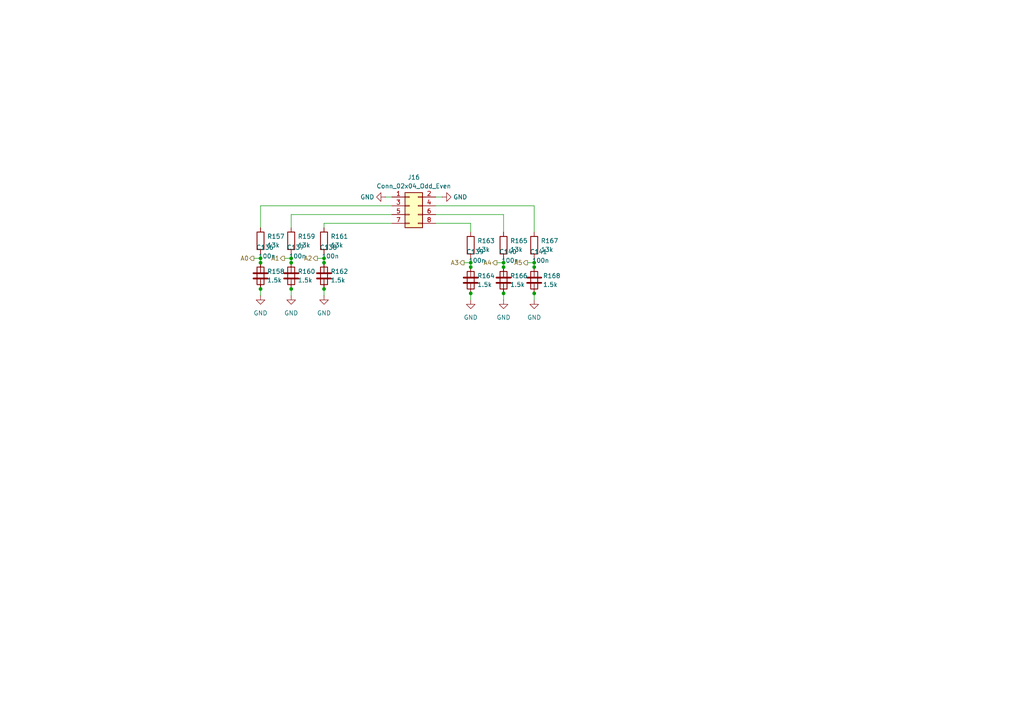
<source format=kicad_sch>
(kicad_sch (version 20231120) (generator "eeschema") (generator_version "8.0")
  (paper "A4")
  (lib_symbols
    (symbol "Connector_Generic:Conn_02x04_Odd_Even" (pin_names (offset 1.016) hide)
      (property "Reference" "J" (at 1.27 5.08 0))
      (property "Value" "Conn_02x04_Odd_Even" (at 1.27 -7.62 0))
      (symbol "Conn_02x04_Odd_Even_1_1"
        (rectangle (start -1.27 -4.953) (end 0 -5.207) (stroke (width 0.1524)))
        (rectangle (start -1.27 -2.413) (end 0 -2.667) (stroke (width 0.1524)))
        (rectangle (start -1.27 0.127) (end 0 -0.127) (stroke (width 0.1524)))
        (rectangle (start -1.27 2.667) (end 0 2.413) (stroke (width 0.1524)))
        (rectangle (start -1.27 3.81) (end 3.81 -6.35) (stroke (width 0.254)) (fill (type background)))
        (rectangle (start 3.81 -4.953) (end 2.54 -5.207) (stroke (width 0.1524)))
        (rectangle (start 3.81 -2.413) (end 2.54 -2.667) (stroke (width 0.1524)))
        (rectangle (start 3.81 0.127) (end 2.54 -0.127) (stroke (width 0.1524)))
        (rectangle (start 3.81 2.667) (end 2.54 2.413) (stroke (width 0.1524)))
        (pin passive line (at -5.08 2.54 0) (length 3.81) (name "Pin_1") (number "1"))
        (pin passive line (at 7.62 2.54 180) (length 3.81) (name "Pin_2") (number "2"))
        (pin passive line (at -5.08 0 0) (length 3.81) (name "Pin_3") (number "3"))
        (pin passive line (at 7.62 0 180) (length 3.81) (name "Pin_4") (number "4"))
        (pin passive line (at -5.08 -2.54 0) (length 3.81) (name "Pin_5") (number "5"))
        (pin passive line (at 7.62 -2.54 180) (length 3.81) (name "Pin_6") (number "6"))
        (pin passive line (at -5.08 -5.08 0) (length 3.81) (name "Pin_7") (number "7"))
        (pin passive line (at 7.62 -5.08 180) (length 3.81) (name "Pin_8") (number "8"))
      )
    )
    (symbol "Device:C" (pin_numbers hide) (pin_names (offset 0.254))
      (property "Reference" "C" (at 0.635 2.54 0))
      (property "Value" "C" (at 0.635 -2.54 0))
      (symbol "C_0_1"
        (polyline (pts (xy -2.032 -0.762) (xy 2.032 -0.762)) (stroke (width 0.508)))
        (polyline (pts (xy -2.032 0.762) (xy 2.032 0.762)) (stroke (width 0.508)))
      )
      (symbol "C_1_1"
        (pin passive line (at 0 3.81 270) (length 2.794) (name "~") (number "1"))
        (pin passive line (at 0 -3.81 90) (length 2.794) (name "~") (number "2"))
      )
    )
    (symbol "Device:R" (pin_numbers hide) (pin_names (offset 0))
      (property "Reference" "R" (at 2.032 0 90))
      (property "Value" "R" (at 0 0 90))
      (symbol "R_0_1"
        (rectangle (start -1.016 -2.54) (end 1.016 2.54) (stroke (width 0.254)))
      )
      (symbol "R_1_1"
        (pin passive line (at 0 3.81 270) (length 1.27) (name "~") (number "1"))
        (pin passive line (at 0 -3.81 90) (length 1.27) (name "~") (number "2"))
      )
    )
    (symbol "power:GND" (power) (pin_numbers hide) (pin_names (offset 0) hide)
      (property "Value" "GND" (at 0 -3.81 0))
      (symbol "GND_0_1"
        (polyline (pts (xy 0 0) (xy 0 -1.27) (xy 1.27 -1.27) (xy 0 -2.54) (xy -1.27 -1.27) (xy 0 -1.27)))
      )
      (symbol "GND_1_1"
        (pin power_in line (at 0 0 270) (length 0) (name "~") (number "1"))
      )
    )
  )
  (junction (at 75.565 74.93))
  (junction (at 154.94 85.09))
  (junction (at 136.525 85.09))
  (junction (at 75.565 76.2))
  (junction (at 84.455 83.82))
  (junction (at 146.05 77.47))
  (junction (at 136.525 77.47))
  (junction (at 136.525 76.2))
  (junction (at 154.94 77.47))
  (junction (at 84.455 74.93))
  (junction (at 146.05 76.2))
  (junction (at 84.455 76.2))
  (junction (at 93.98 76.2))
  (junction (at 154.94 76.2))
  (junction (at 93.98 83.82))
  (junction (at 146.05 85.09))
  (junction (at 75.565 83.82))
  (junction (at 93.98 74.93))
  (wire (pts (xy 136.525 76.2) (xy 136.525 77.47)))
  (wire (pts (xy 146.05 74.93) (xy 146.05 76.2)))
  (wire (pts (xy 154.94 74.93) (xy 154.94 76.2)))
  (wire (pts (xy 75.565 74.93) (xy 75.565 76.2)))
  (wire (pts (xy 75.565 59.69) (xy 75.565 66.04)))
  (wire (pts (xy 126.365 59.69) (xy 154.94 59.69)))
  (wire (pts (xy 154.94 59.69) (xy 154.94 67.31)))
  (wire (pts (xy 146.05 62.23) (xy 146.05 67.31)))
  (wire (pts (xy 146.05 76.2) (xy 146.05 77.47)))
  (wire (pts (xy 82.55 74.93) (xy 84.455 74.93)))
  (wire (pts (xy 84.455 73.66) (xy 84.455 74.93)))
  (wire (pts (xy 113.665 59.69) (xy 75.565 59.69)))
  (wire (pts (xy 136.525 64.77) (xy 136.525 67.31)))
  (wire (pts (xy 113.665 64.77) (xy 93.98 64.77)))
  (wire (pts (xy 146.05 85.09) (xy 146.05 86.995)))
  (wire (pts (xy 111.76 57.15) (xy 113.665 57.15)))
  (wire (pts (xy 93.98 73.66) (xy 93.98 74.93)))
  (wire (pts (xy 126.365 64.77) (xy 136.525 64.77)))
  (wire (pts (xy 93.98 64.77) (xy 93.98 66.04)))
  (wire (pts (xy 126.365 62.23) (xy 146.05 62.23)))
  (wire (pts (xy 134.62 76.2) (xy 136.525 76.2)))
  (wire (pts (xy 128.27 57.15) (xy 126.365 57.15)))
  (wire (pts (xy 73.66 74.93) (xy 75.565 74.93)))
  (wire (pts (xy 136.525 74.93) (xy 136.525 76.2)))
  (wire (pts (xy 84.455 62.23) (xy 84.455 66.04)))
  (wire (pts (xy 84.455 83.82) (xy 84.455 85.725)))
  (wire (pts (xy 136.525 85.09) (xy 136.525 86.995)))
  (wire (pts (xy 154.94 76.2) (xy 154.94 77.47)))
  (wire (pts (xy 75.565 83.82) (xy 75.565 85.725)))
  (wire (pts (xy 153.035 76.2) (xy 154.94 76.2)))
  (wire (pts (xy 154.94 85.09) (xy 154.94 86.995)))
  (wire (pts (xy 113.665 62.23) (xy 84.455 62.23)))
  (wire (pts (xy 144.145 76.2) (xy 146.05 76.2)))
  (wire (pts (xy 93.98 83.82) (xy 93.98 85.725)))
  (wire (pts (xy 93.98 74.93) (xy 93.98 76.2)))
  (wire (pts (xy 92.075 74.93) (xy 93.98 74.93)))
  (wire (pts (xy 75.565 73.66) (xy 75.565 74.93)))
  (wire (pts (xy 84.455 74.93) (xy 84.455 76.2)))
  (hierarchical_label "A1" (shape output) (at 82.55 74.93 180))
  (hierarchical_label "A4" (shape output) (at 144.145 76.2 180))
  (hierarchical_label "A3" (shape output) (at 134.62 76.2 180))
  (hierarchical_label "A2" (shape output) (at 92.075 74.93 180))
  (hierarchical_label "A0" (shape output) (at 73.66 74.93 180))
  (hierarchical_label "A5" (shape output) (at 153.035 76.2 180))
  (symbol (lib_id "Device:C") (at 84.455 80.01 0) (unit 1)
    (property "Reference" "C137" (at 83.185 71.755 0) (effects (justify left)))
    (property "Value" "100n" (at 83.82 74.295 0) (effects (justify left)))
    (property "Footprint" "Capacitor_SMD:C_0402_1005Metric" (effects (hide yes)))
    (property "Description" "Unpolarized capacitor" (effects (hide yes)))
    (property "LCSC Part #" "C307331" (effects (hide yes)))
  )
  (symbol (lib_id "Connector_Generic:Conn_02x04_Odd_Even") (at 118.745 59.69 0) (unit 1) (in_bom no)
    (property "Reference" "J16" (at 120.015 51.435 0))
    (property "Value" "Conn_02x04_Odd_Even" (at 120.015 53.975 0))
    (property "Footprint" "JLCFootprints:2Row4Pin3.5mm" (effects (hide yes)))
    (property "Description" "Generic connector, double row, 02x04, odd/even pin numbering scheme (row 1 odd numbers, row 2 even numbers), script generated (kicad-library-utils/schlib/autogen/connector/)" (effects (hide yes)))
    (property "LCSC Part #" "C2923127" (effects (hide yes)))
    (property "Header" "C2903966" (effects (hide yes)))
  )
  (symbol (lib_id "Device:R") (at 75.565 69.85 0) (unit 1)
    (property "Reference" "R157" (at 77.47 68.5799 0) (effects (justify left)))
    (property "Value" "13k" (at 77.47 71.1199 0) (effects (justify left)))
    (property "Footprint" "Resistor_SMD:R_0603_1608Metric" (effects (hide yes)))
    (property "Description" "Resistor" (effects (hide yes)))
    (property "LCSC Part #" "C22797" (effects (hide yes)))
  )
  (symbol (lib_id "Device:R") (at 136.525 81.28 0) (unit 1)
    (property "Reference" "R164" (at 138.43 80.0099 0) (effects (justify left)))
    (property "Value" "1.5k" (at 138.43 82.5499 0) (effects (justify left)))
    (property "Footprint" "Resistor_SMD:R_0603_1608Metric" (effects (hide yes)))
    (property "Description" "Resistor" (effects (hide yes)))
    (property "LCSC Part #" "C22797" (effects (hide yes)))
  )
  (symbol (lib_id "Device:R") (at 84.455 69.85 0) (unit 1)
    (property "Reference" "R159" (at 86.36 68.5799 0) (effects (justify left)))
    (property "Value" "13k" (at 86.36 71.1199 0) (effects (justify left)))
    (property "Footprint" "Resistor_SMD:R_0603_1608Metric" (effects (hide yes)))
    (property "Description" "Resistor" (effects (hide yes)))
    (property "LCSC Part #" "C22797" (effects (hide yes)))
  )
  (symbol (lib_id "power:GND") (at 128.27 57.15 90) (unit 1)
    (property "Reference" "#PWR0289" (effects (hide yes)))
    (property "Value" "GND" (at 131.445 57.1501 90) (effects (justify right)))
    (property "Description" "Power symbol creates a global label with name \"GND\" , ground" (effects (hide yes)))
  )
  (symbol (lib_id "Device:C") (at 154.94 81.28 0) (unit 1)
    (property "Reference" "C141" (at 153.67 73.025 0) (effects (justify left)))
    (property "Value" "100n" (at 154.305 75.565 0) (effects (justify left)))
    (property "Footprint" "Capacitor_SMD:C_0402_1005Metric" (effects (hide yes)))
    (property "Description" "Unpolarized capacitor" (effects (hide yes)))
    (property "LCSC Part #" "C307331" (effects (hide yes)))
  )
  (symbol (lib_id "power:GND") (at 154.94 86.995 0) (unit 1)
    (property "Reference" "#PWR0292" (effects (hide yes)))
    (property "Value" "GND" (at 154.94 92.075 0))
    (property "Description" "Power symbol creates a global label with name \"GND\" , ground" (effects (hide yes)))
  )
  (symbol (lib_id "Device:R") (at 75.565 80.01 0) (unit 1)
    (property "Reference" "R158" (at 77.47 78.7399 0) (effects (justify left)))
    (property "Value" "1.5k" (at 77.47 81.2799 0) (effects (justify left)))
    (property "Footprint" "Resistor_SMD:R_0603_1608Metric" (effects (hide yes)))
    (property "Description" "Resistor" (effects (hide yes)))
    (property "LCSC Part #" "C22843" (effects (hide yes)))
  )
  (symbol (lib_id "power:GND") (at 75.565 85.725 0) (unit 1)
    (property "Reference" "#PWR0285" (effects (hide yes)))
    (property "Value" "GND" (at 75.565 90.805 0))
    (property "Description" "Power symbol creates a global label with name \"GND\" , ground" (effects (hide yes)))
  )
  (symbol (lib_id "Device:R") (at 93.98 80.01 0) (unit 1)
    (property "Reference" "R162" (at 95.885 78.7399 0) (effects (justify left)))
    (property "Value" "1.5k" (at 95.885 81.2799 0) (effects (justify left)))
    (property "Footprint" "Resistor_SMD:R_0603_1608Metric" (effects (hide yes)))
    (property "Description" "Resistor" (effects (hide yes)))
    (property "LCSC Part #" "C22843" (effects (hide yes)))
  )
  (symbol (lib_id "power:GND") (at 136.525 86.995 0) (unit 1)
    (property "Reference" "#PWR0290" (effects (hide yes)))
    (property "Value" "GND" (at 136.525 92.075 0))
    (property "Description" "Power symbol creates a global label with name \"GND\" , ground" (effects (hide yes)))
  )
  (symbol (lib_id "power:GND") (at 146.05 86.995 0) (unit 1)
    (property "Reference" "#PWR0291" (effects (hide yes)))
    (property "Value" "GND" (at 146.05 92.075 0))
    (property "Description" "Power symbol creates a global label with name \"GND\" , ground" (effects (hide yes)))
  )
  (symbol (lib_id "Device:R") (at 136.525 71.12 0) (unit 1)
    (property "Reference" "R163" (at 138.43 69.8499 0) (effects (justify left)))
    (property "Value" "13k" (at 138.43 72.3899 0) (effects (justify left)))
    (property "Footprint" "Resistor_SMD:R_0603_1608Metric" (effects (hide yes)))
    (property "Description" "Resistor" (effects (hide yes)))
    (property "LCSC Part #" "C22797" (effects (hide yes)))
  )
  (symbol (lib_id "Device:R") (at 93.98 69.85 0) (unit 1)
    (property "Reference" "R161" (at 95.885 68.5799 0) (effects (justify left)))
    (property "Value" "13k" (at 95.885 71.1199 0) (effects (justify left)))
    (property "Footprint" "Resistor_SMD:R_0603_1608Metric" (effects (hide yes)))
    (property "Description" "Resistor" (effects (hide yes)))
    (property "LCSC Part #" "C22797" (effects (hide yes)))
  )
  (symbol (lib_id "Device:C") (at 136.525 81.28 0) (unit 1)
    (property "Reference" "C139" (at 135.255 73.025 0) (effects (justify left)))
    (property "Value" "100n" (at 135.89 75.565 0) (effects (justify left)))
    (property "Footprint" "Capacitor_SMD:C_0402_1005Metric" (effects (hide yes)))
    (property "Description" "Unpolarized capacitor" (effects (hide yes)))
    (property "LCSC Part #" "C307331" (effects (hide yes)))
  )
  (symbol (lib_id "Device:C") (at 93.98 80.01 0) (unit 1)
    (property "Reference" "C138" (at 92.71 71.755 0) (effects (justify left)))
    (property "Value" "100n" (at 93.345 74.295 0) (effects (justify left)))
    (property "Footprint" "Capacitor_SMD:C_0402_1005Metric" (effects (hide yes)))
    (property "Description" "Unpolarized capacitor" (effects (hide yes)))
    (property "LCSC Part #" "C307331" (effects (hide yes)))
  )
  (symbol (lib_id "Device:C") (at 146.05 81.28 0) (unit 1)
    (property "Reference" "C140" (at 144.78 73.025 0) (effects (justify left)))
    (property "Value" "100n" (at 145.415 75.565 0) (effects (justify left)))
    (property "Footprint" "Capacitor_SMD:C_0402_1005Metric" (effects (hide yes)))
    (property "Description" "Unpolarized capacitor" (effects (hide yes)))
    (property "LCSC Part #" "C307331" (effects (hide yes)))
  )
  (symbol (lib_id "power:GND") (at 111.76 57.15 270) (unit 1)
    (property "Reference" "#PWR0288" (effects (hide yes)))
    (property "Value" "GND" (at 108.585 57.1499 90) (effects (justify right)))
    (property "Description" "Power symbol creates a global label with name \"GND\" , ground" (effects (hide yes)))
  )
  (symbol (lib_id "Device:R") (at 146.05 81.28 0) (unit 1)
    (property "Reference" "R166" (at 147.955 80.0099 0) (effects (justify left)))
    (property "Value" "1.5k" (at 147.955 82.5499 0) (effects (justify left)))
    (property "Footprint" "Resistor_SMD:R_0603_1608Metric" (effects (hide yes)))
    (property "Description" "Resistor" (effects (hide yes)))
    (property "LCSC Part #" "C22797" (effects (hide yes)))
  )
  (symbol (lib_id "Device:C") (at 75.565 80.01 0) (unit 1)
    (property "Reference" "C136" (at 74.295 71.755 0) (effects (justify left)))
    (property "Value" "100n" (at 74.93 74.295 0) (effects (justify left)))
    (property "Footprint" "Capacitor_SMD:C_0402_1005Metric" (effects (hide yes)))
    (property "Description" "Unpolarized capacitor" (effects (hide yes)))
    (property "LCSC Part #" "C307331" (effects (hide yes)))
  )
  (symbol (lib_id "power:GND") (at 84.455 85.725 0) (unit 1)
    (property "Reference" "#PWR0286" (effects (hide yes)))
    (property "Value" "GND" (at 84.455 90.805 0))
    (property "Description" "Power symbol creates a global label with name \"GND\" , ground" (effects (hide yes)))
  )
  (symbol (lib_id "power:GND") (at 93.98 85.725 0) (unit 1)
    (property "Reference" "#PWR0287" (effects (hide yes)))
    (property "Value" "GND" (at 93.98 90.805 0))
    (property "Description" "Power symbol creates a global label with name \"GND\" , ground" (effects (hide yes)))
  )
  (symbol (lib_id "Device:R") (at 146.05 71.12 0) (unit 1)
    (property "Reference" "R165" (at 147.955 69.8499 0) (effects (justify left)))
    (property "Value" "13k" (at 147.955 72.3899 0) (effects (justify left)))
    (property "Footprint" "Resistor_SMD:R_0603_1608Metric" (effects (hide yes)))
    (property "Description" "Resistor" (effects (hide yes)))
    (property "LCSC Part #" "C22797" (effects (hide yes)))
  )
  (symbol (lib_id "Device:R") (at 84.455 80.01 0) (unit 1)
    (property "Reference" "R160" (at 86.36 78.7399 0) (effects (justify left)))
    (property "Value" "1.5k" (at 86.36 81.2799 0) (effects (justify left)))
    (property "Footprint" "Resistor_SMD:R_0603_1608Metric" (effects (hide yes)))
    (property "Description" "Resistor" (effects (hide yes)))
    (property "LCSC Part #" "C22843" (effects (hide yes)))
  )
  (symbol (lib_id "Device:R") (at 154.94 71.12 0) (unit 1)
    (property "Reference" "R167" (at 156.845 69.8499 0) (effects (justify left)))
    (property "Value" "13k" (at 156.845 72.3899 0) (effects (justify left)))
    (property "Footprint" "Resistor_SMD:R_0603_1608Metric" (effects (hide yes)))
    (property "Description" "Resistor" (effects (hide yes)))
    (property "LCSC Part #" "C22797" (effects (hide yes)))
  )
  (symbol (lib_id "Device:R") (at 154.94 81.28 0) (unit 1)
    (property "Reference" "R168" (at 157.48 80.0099 0) (effects (justify left)))
    (property "Value" "1.5k" (at 157.48 82.5499 0) (effects (justify left)))
    (property "Footprint" "Resistor_SMD:R_0603_1608Metric" (effects (hide yes)))
    (property "Description" "Resistor" (effects (hide yes)))
    (property "LCSC Part #" "C22797" (effects (hide yes)))
  )
)
</source>
